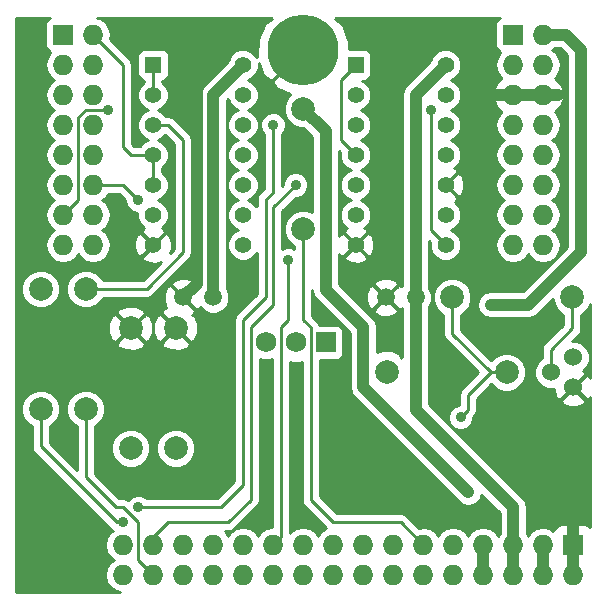
<source format=gtl>
%FSLAX34Y34*%
G04 Gerber Fmt 3.4, Leading zero omitted, Abs format*
G04 (created by PCBNEW (2014-jan-25)-product) date Tue 29 Jul 2014 10:47:11 AM PDT*
%MOIN*%
G01*
G70*
G90*
G04 APERTURE LIST*
%ADD10C,0.003937*%
%ADD11C,0.059100*%
%ADD12C,0.236220*%
%ADD13R,0.068000X0.068000*%
%ADD14O,0.068000X0.068000*%
%ADD15C,0.068000*%
%ADD16C,0.060000*%
%ADD17C,0.078700*%
%ADD18R,0.055000X0.055000*%
%ADD19C,0.055000*%
%ADD20C,0.035000*%
%ADD21C,0.040000*%
%ADD22C,0.010000*%
G04 APERTURE END LIST*
G54D10*
G54D11*
X37000Y-50250D03*
X36000Y-50250D03*
X43750Y-50250D03*
X42750Y-50250D03*
G54D12*
X40000Y-42000D03*
G54D13*
X32000Y-41500D03*
G54D14*
X33000Y-41500D03*
X32000Y-42500D03*
X33000Y-42500D03*
X32000Y-43500D03*
X33000Y-43500D03*
X32000Y-44500D03*
X33000Y-44500D03*
X32000Y-45500D03*
X33000Y-45500D03*
X32000Y-46500D03*
X33000Y-46500D03*
X32000Y-47500D03*
X33000Y-47500D03*
X32000Y-48500D03*
X33000Y-48500D03*
G54D13*
X47000Y-41500D03*
G54D14*
X48000Y-41500D03*
X47000Y-42500D03*
X48000Y-42500D03*
X47000Y-43500D03*
X48000Y-43500D03*
X47000Y-44500D03*
X48000Y-44500D03*
X47000Y-45500D03*
X48000Y-45500D03*
X47000Y-46500D03*
X48000Y-46500D03*
X47000Y-47500D03*
X48000Y-47500D03*
X47000Y-48500D03*
X48000Y-48500D03*
G54D13*
X40750Y-51750D03*
G54D15*
X39750Y-51750D03*
X38750Y-51750D03*
G54D13*
X49000Y-58500D03*
G54D14*
X49000Y-59500D03*
X48000Y-58500D03*
X48000Y-59500D03*
X47000Y-58500D03*
X47000Y-59500D03*
X46000Y-58500D03*
X46000Y-59500D03*
X45000Y-58500D03*
X45000Y-59500D03*
X44000Y-58500D03*
X44000Y-59500D03*
X43000Y-58500D03*
X43000Y-59500D03*
X42000Y-58500D03*
X42000Y-59500D03*
X41000Y-58500D03*
X41000Y-59500D03*
X40000Y-58500D03*
X40000Y-59500D03*
X39000Y-58500D03*
X39000Y-59500D03*
X38000Y-58500D03*
X38000Y-59500D03*
X37000Y-58500D03*
X37000Y-59500D03*
X36000Y-58500D03*
X36000Y-59500D03*
X35000Y-58500D03*
X35000Y-59500D03*
X34000Y-58500D03*
X34000Y-59500D03*
G54D16*
X49000Y-53250D03*
X48250Y-52750D03*
X49000Y-52250D03*
G54D17*
X31250Y-53969D03*
X31250Y-49969D03*
X35750Y-51281D03*
X35750Y-55281D03*
X32750Y-53969D03*
X32750Y-49969D03*
X34250Y-51281D03*
X34250Y-55281D03*
X48969Y-50250D03*
X44969Y-50250D03*
X42781Y-52750D03*
X46781Y-52750D03*
X40000Y-47969D03*
X40000Y-43969D03*
G54D18*
X41750Y-42500D03*
G54D19*
X41750Y-43500D03*
X41750Y-44500D03*
X41750Y-45500D03*
X41750Y-46500D03*
X41750Y-47500D03*
X41750Y-48500D03*
X44750Y-48500D03*
X44750Y-47500D03*
X44750Y-46500D03*
X44750Y-45500D03*
X44750Y-44500D03*
X44750Y-43500D03*
X44750Y-42500D03*
G54D18*
X35000Y-42500D03*
G54D19*
X35000Y-43500D03*
X35000Y-44500D03*
X35000Y-45500D03*
X35000Y-46500D03*
X35000Y-47500D03*
X35000Y-48500D03*
X38000Y-48500D03*
X38000Y-47500D03*
X38000Y-46500D03*
X38000Y-45500D03*
X38000Y-44500D03*
X38000Y-43500D03*
X38000Y-42500D03*
G54D20*
X46250Y-50500D03*
X44250Y-44000D03*
X34500Y-47000D03*
X33500Y-44000D03*
X37200Y-42000D03*
X39750Y-56500D03*
X38750Y-56500D03*
X37000Y-56500D03*
X41000Y-56500D03*
X37000Y-50250D03*
X45250Y-54250D03*
X39500Y-49000D03*
X34000Y-57750D03*
X39750Y-46500D03*
X39000Y-44500D03*
X34500Y-57250D03*
X45500Y-56750D03*
G54D21*
X48750Y-41500D02*
X48000Y-41500D01*
X49250Y-42000D02*
X48750Y-41500D01*
X49250Y-48750D02*
X49250Y-42000D01*
X47500Y-50500D02*
X46250Y-50500D01*
X49250Y-48750D02*
X47500Y-50500D01*
G54D22*
X44250Y-48000D02*
X44250Y-44000D01*
X44750Y-48500D02*
X44250Y-48000D01*
X35000Y-46500D02*
X35000Y-45500D01*
X34000Y-42500D02*
X33000Y-41500D01*
X34000Y-45250D02*
X34000Y-42500D01*
X34250Y-45500D02*
X34000Y-45250D01*
X35000Y-45500D02*
X34250Y-45500D01*
X33000Y-46500D02*
X34000Y-46500D01*
X34000Y-46500D02*
X34500Y-47000D01*
X32000Y-47500D02*
X32500Y-47000D01*
X32750Y-44000D02*
X33500Y-44000D01*
X32500Y-44250D02*
X32750Y-44000D01*
X32500Y-47000D02*
X32500Y-44250D01*
X35000Y-43500D02*
X35000Y-42500D01*
G54D21*
X36450Y-49800D02*
X36450Y-42750D01*
X36450Y-42750D02*
X37200Y-42000D01*
X36000Y-50250D02*
X36450Y-49800D01*
X49000Y-58500D02*
X49000Y-57750D01*
X49000Y-59500D02*
X49000Y-58500D01*
X48000Y-43500D02*
X47000Y-43500D01*
X47000Y-43500D02*
X45750Y-43500D01*
X48000Y-43500D02*
X48500Y-43500D01*
X37000Y-50250D02*
X37000Y-43500D01*
X37000Y-43500D02*
X38000Y-42500D01*
X47000Y-58500D02*
X47000Y-57250D01*
X47000Y-57250D02*
X43750Y-54000D01*
X43750Y-54000D02*
X43750Y-50250D01*
X47000Y-59500D02*
X47000Y-58500D01*
X43750Y-50250D02*
X43750Y-43500D01*
X43750Y-43500D02*
X44750Y-42500D01*
G54D22*
X48250Y-52750D02*
X48250Y-52000D01*
X48969Y-51281D02*
X48969Y-50250D01*
X48250Y-52000D02*
X48969Y-51281D01*
X32750Y-49969D02*
X34781Y-49969D01*
X34781Y-49969D02*
X36000Y-48750D01*
X35000Y-44500D02*
X35500Y-44500D01*
X36000Y-45000D02*
X36000Y-48750D01*
X35500Y-44500D02*
X36000Y-45000D01*
X44000Y-58500D02*
X43250Y-57750D01*
X40250Y-57000D02*
X40250Y-51250D01*
X41000Y-57750D02*
X40250Y-57000D01*
X43250Y-57750D02*
X41000Y-57750D01*
X40000Y-47969D02*
X40000Y-51000D01*
X40000Y-51000D02*
X40250Y-51250D01*
X40000Y-47969D02*
X40281Y-47969D01*
X41750Y-45500D02*
X41250Y-45000D01*
X41250Y-43000D02*
X41750Y-42500D01*
X41250Y-45000D02*
X41250Y-43000D01*
X44969Y-51469D02*
X44969Y-50250D01*
X46250Y-52750D02*
X44969Y-51469D01*
X46781Y-52750D02*
X46250Y-52750D01*
X45500Y-54000D02*
X45500Y-53500D01*
X45500Y-53500D02*
X46250Y-52750D01*
X45250Y-54250D02*
X45500Y-54000D01*
X39500Y-51000D02*
X39250Y-51250D01*
X39500Y-49000D02*
X39500Y-51000D01*
X39250Y-58250D02*
X39000Y-58500D01*
X39250Y-51250D02*
X39250Y-58250D01*
X33781Y-57750D02*
X31250Y-55219D01*
X34000Y-57750D02*
X33781Y-57750D01*
X31250Y-55219D02*
X31250Y-53969D01*
X39750Y-46500D02*
X39000Y-47250D01*
X39000Y-50500D02*
X38250Y-51250D01*
X39000Y-47250D02*
X39000Y-50500D01*
X35000Y-58500D02*
X35000Y-58250D01*
X35000Y-58250D02*
X35500Y-57750D01*
X35500Y-57750D02*
X37500Y-57750D01*
X37500Y-57750D02*
X38250Y-57000D01*
X38250Y-57000D02*
X38250Y-51250D01*
X32750Y-55219D02*
X32750Y-56250D01*
X34000Y-57250D02*
X34500Y-57750D01*
X33750Y-57250D02*
X34000Y-57250D01*
X32750Y-56250D02*
X33750Y-57250D01*
X35000Y-59500D02*
X34500Y-59000D01*
X34500Y-59000D02*
X34500Y-57750D01*
X32750Y-55219D02*
X32750Y-53969D01*
X37250Y-57250D02*
X34500Y-57250D01*
X38000Y-56500D02*
X37250Y-57250D01*
X38000Y-54750D02*
X38000Y-56500D01*
X38000Y-51000D02*
X38000Y-54750D01*
X38750Y-50250D02*
X38000Y-51000D01*
X38750Y-47000D02*
X38750Y-50250D01*
X39000Y-46750D02*
X38750Y-47000D01*
X39000Y-44500D02*
X39000Y-46750D01*
G54D21*
X45500Y-56750D02*
X42000Y-53250D01*
X40000Y-43969D02*
X40750Y-44719D01*
X40750Y-44719D02*
X40750Y-50000D01*
X42000Y-51250D02*
X42000Y-53250D01*
X40750Y-50000D02*
X42000Y-51250D01*
X48000Y-59500D02*
X48000Y-58500D01*
X46000Y-59500D02*
X46000Y-58500D01*
G54D22*
G36*
X38950Y-57917D02*
X38762Y-57954D01*
X38571Y-58082D01*
X38500Y-58189D01*
X38428Y-58082D01*
X38237Y-57954D01*
X38011Y-57910D01*
X37988Y-57910D01*
X37762Y-57954D01*
X37571Y-58082D01*
X37500Y-58189D01*
X37428Y-58082D01*
X37379Y-58050D01*
X37500Y-58050D01*
X37500Y-58049D01*
X37614Y-58027D01*
X37614Y-58027D01*
X37712Y-57962D01*
X38462Y-57212D01*
X38527Y-57114D01*
X38527Y-57114D01*
X38550Y-57000D01*
X38550Y-52305D01*
X38632Y-52339D01*
X38866Y-52340D01*
X38950Y-52305D01*
X38950Y-57917D01*
X38950Y-57917D01*
G37*
X38950Y-57917D02*
X38762Y-57954D01*
X38571Y-58082D01*
X38500Y-58189D01*
X38428Y-58082D01*
X38237Y-57954D01*
X38011Y-57910D01*
X37988Y-57910D01*
X37762Y-57954D01*
X37571Y-58082D01*
X37500Y-58189D01*
X37428Y-58082D01*
X37379Y-58050D01*
X37500Y-58050D01*
X37500Y-58049D01*
X37614Y-58027D01*
X37614Y-58027D01*
X37712Y-57962D01*
X38462Y-57212D01*
X38527Y-57114D01*
X38527Y-57114D01*
X38550Y-57000D01*
X38550Y-52305D01*
X38632Y-52339D01*
X38866Y-52340D01*
X38950Y-52305D01*
X38950Y-57917D01*
G36*
X38950Y-40965D02*
X38731Y-41090D01*
X38479Y-41645D01*
X38460Y-42239D01*
X38445Y-42203D01*
X38297Y-42055D01*
X38104Y-41975D01*
X37896Y-41974D01*
X37703Y-42054D01*
X37555Y-42202D01*
X37479Y-42383D01*
X36681Y-43181D01*
X36584Y-43327D01*
X36550Y-43500D01*
X36550Y-49888D01*
X36538Y-49871D01*
X36410Y-49853D01*
X36396Y-49867D01*
X36396Y-49839D01*
X36378Y-49711D01*
X36143Y-49607D01*
X35887Y-49601D01*
X35647Y-49694D01*
X35621Y-49711D01*
X35603Y-49839D01*
X36000Y-50235D01*
X36396Y-49839D01*
X36396Y-49867D01*
X36014Y-50250D01*
X36410Y-50646D01*
X36538Y-50628D01*
X36559Y-50580D01*
X36690Y-50712D01*
X36891Y-50795D01*
X37108Y-50795D01*
X37308Y-50712D01*
X37462Y-50559D01*
X37545Y-50358D01*
X37545Y-50141D01*
X37462Y-49941D01*
X37450Y-49928D01*
X37450Y-43686D01*
X37491Y-43644D01*
X37554Y-43797D01*
X37702Y-43944D01*
X37835Y-44000D01*
X37703Y-44054D01*
X37555Y-44202D01*
X37475Y-44395D01*
X37474Y-44603D01*
X37554Y-44797D01*
X37702Y-44944D01*
X37835Y-45000D01*
X37703Y-45054D01*
X37555Y-45202D01*
X37475Y-45395D01*
X37474Y-45603D01*
X37554Y-45797D01*
X37702Y-45944D01*
X37835Y-46000D01*
X37703Y-46054D01*
X37555Y-46202D01*
X37475Y-46395D01*
X37474Y-46603D01*
X37554Y-46797D01*
X37702Y-46944D01*
X37835Y-47000D01*
X37703Y-47054D01*
X37555Y-47202D01*
X37475Y-47395D01*
X37474Y-47603D01*
X37554Y-47797D01*
X37702Y-47944D01*
X37835Y-48000D01*
X37703Y-48054D01*
X37555Y-48202D01*
X37475Y-48395D01*
X37474Y-48603D01*
X37554Y-48797D01*
X37702Y-48944D01*
X37895Y-49024D01*
X38103Y-49025D01*
X38297Y-48945D01*
X38444Y-48797D01*
X38450Y-48785D01*
X38450Y-50125D01*
X37787Y-50787D01*
X37722Y-50885D01*
X37700Y-51000D01*
X37700Y-54750D01*
X37700Y-56375D01*
X37125Y-56950D01*
X36497Y-56950D01*
X36497Y-51152D01*
X36391Y-50876D01*
X36369Y-50843D01*
X36295Y-50827D01*
X36352Y-50805D01*
X36378Y-50788D01*
X36396Y-50660D01*
X36000Y-50264D01*
X35994Y-50269D01*
X35980Y-50255D01*
X35985Y-50250D01*
X35589Y-49853D01*
X35461Y-49871D01*
X35357Y-50106D01*
X35351Y-50362D01*
X35444Y-50602D01*
X35345Y-50639D01*
X35312Y-50661D01*
X35282Y-50799D01*
X35750Y-51266D01*
X35755Y-51261D01*
X35769Y-51275D01*
X35764Y-51281D01*
X36231Y-51748D01*
X36369Y-51718D01*
X36489Y-51448D01*
X36497Y-51152D01*
X36497Y-56950D01*
X36393Y-56950D01*
X36393Y-55153D01*
X36295Y-54916D01*
X36217Y-54838D01*
X36217Y-51762D01*
X35750Y-51295D01*
X35735Y-51309D01*
X35735Y-51281D01*
X35268Y-50813D01*
X35130Y-50843D01*
X35010Y-51113D01*
X35002Y-51409D01*
X35108Y-51685D01*
X35130Y-51718D01*
X35268Y-51748D01*
X35735Y-51281D01*
X35735Y-51309D01*
X35282Y-51762D01*
X35312Y-51900D01*
X35582Y-52020D01*
X35878Y-52028D01*
X36154Y-51922D01*
X36187Y-51900D01*
X36217Y-51762D01*
X36217Y-54838D01*
X36114Y-54735D01*
X35878Y-54637D01*
X35622Y-54637D01*
X35385Y-54735D01*
X35204Y-54916D01*
X35106Y-55152D01*
X35106Y-55408D01*
X35204Y-55645D01*
X35385Y-55826D01*
X35621Y-55924D01*
X35877Y-55924D01*
X36114Y-55826D01*
X36295Y-55645D01*
X36393Y-55409D01*
X36393Y-55153D01*
X36393Y-56950D01*
X34997Y-56950D01*
X34997Y-51152D01*
X34891Y-50876D01*
X34869Y-50843D01*
X34731Y-50813D01*
X34717Y-50828D01*
X34717Y-50799D01*
X34687Y-50661D01*
X34417Y-50541D01*
X34121Y-50533D01*
X33845Y-50639D01*
X33812Y-50661D01*
X33782Y-50799D01*
X34250Y-51266D01*
X34717Y-50799D01*
X34717Y-50828D01*
X34264Y-51281D01*
X34731Y-51748D01*
X34869Y-51718D01*
X34989Y-51448D01*
X34997Y-51152D01*
X34997Y-56950D01*
X34893Y-56950D01*
X34893Y-55153D01*
X34795Y-54916D01*
X34717Y-54838D01*
X34717Y-51762D01*
X34250Y-51295D01*
X34235Y-51309D01*
X34235Y-51281D01*
X33768Y-50813D01*
X33630Y-50843D01*
X33510Y-51113D01*
X33502Y-51409D01*
X33608Y-51685D01*
X33630Y-51718D01*
X33768Y-51748D01*
X34235Y-51281D01*
X34235Y-51309D01*
X33782Y-51762D01*
X33812Y-51900D01*
X34082Y-52020D01*
X34378Y-52028D01*
X34654Y-51922D01*
X34687Y-51900D01*
X34717Y-51762D01*
X34717Y-54838D01*
X34614Y-54735D01*
X34378Y-54637D01*
X34122Y-54637D01*
X33885Y-54735D01*
X33704Y-54916D01*
X33606Y-55152D01*
X33606Y-55408D01*
X33704Y-55645D01*
X33885Y-55826D01*
X34121Y-55924D01*
X34377Y-55924D01*
X34614Y-55826D01*
X34795Y-55645D01*
X34893Y-55409D01*
X34893Y-55153D01*
X34893Y-56950D01*
X34801Y-56950D01*
X34741Y-56889D01*
X34584Y-56825D01*
X34415Y-56824D01*
X34259Y-56889D01*
X34151Y-56997D01*
X34114Y-56972D01*
X34000Y-56950D01*
X33874Y-56950D01*
X33050Y-56125D01*
X33050Y-55219D01*
X33050Y-54541D01*
X33114Y-54514D01*
X33295Y-54333D01*
X33393Y-54097D01*
X33393Y-53841D01*
X33295Y-53604D01*
X33114Y-53423D01*
X32878Y-53325D01*
X32622Y-53325D01*
X32385Y-53423D01*
X32204Y-53604D01*
X32106Y-53840D01*
X32106Y-54096D01*
X32204Y-54333D01*
X32385Y-54514D01*
X32450Y-54541D01*
X32450Y-55219D01*
X32450Y-55994D01*
X31550Y-55094D01*
X31550Y-54541D01*
X31614Y-54514D01*
X31795Y-54333D01*
X31893Y-54097D01*
X31893Y-53841D01*
X31893Y-49841D01*
X31795Y-49604D01*
X31614Y-49423D01*
X31378Y-49325D01*
X31122Y-49325D01*
X30885Y-49423D01*
X30704Y-49604D01*
X30606Y-49840D01*
X30606Y-50096D01*
X30704Y-50333D01*
X30885Y-50514D01*
X31121Y-50612D01*
X31377Y-50612D01*
X31614Y-50514D01*
X31795Y-50333D01*
X31893Y-50097D01*
X31893Y-49841D01*
X31893Y-53841D01*
X31795Y-53604D01*
X31614Y-53423D01*
X31378Y-53325D01*
X31122Y-53325D01*
X30885Y-53423D01*
X30704Y-53604D01*
X30606Y-53840D01*
X30606Y-54096D01*
X30704Y-54333D01*
X30885Y-54514D01*
X30950Y-54541D01*
X30950Y-55219D01*
X30972Y-55333D01*
X31037Y-55431D01*
X33568Y-57962D01*
X33568Y-57962D01*
X33660Y-58023D01*
X33571Y-58082D01*
X33443Y-58274D01*
X33398Y-58500D01*
X33443Y-58725D01*
X33571Y-58917D01*
X33695Y-59000D01*
X33571Y-59082D01*
X33443Y-59274D01*
X33398Y-59500D01*
X33443Y-59725D01*
X33571Y-59917D01*
X33762Y-60045D01*
X33902Y-60072D01*
X30427Y-60072D01*
X30427Y-40927D01*
X31568Y-40927D01*
X31518Y-40948D01*
X31448Y-41018D01*
X31410Y-41110D01*
X31410Y-41209D01*
X31410Y-41889D01*
X31448Y-41981D01*
X31518Y-42051D01*
X31578Y-42077D01*
X31454Y-42262D01*
X31410Y-42488D01*
X31410Y-42511D01*
X31454Y-42737D01*
X31582Y-42928D01*
X31689Y-43000D01*
X31582Y-43071D01*
X31454Y-43262D01*
X31410Y-43488D01*
X31410Y-43511D01*
X31454Y-43737D01*
X31582Y-43928D01*
X31689Y-44000D01*
X31582Y-44071D01*
X31454Y-44262D01*
X31410Y-44488D01*
X31410Y-44511D01*
X31454Y-44737D01*
X31582Y-44928D01*
X31689Y-45000D01*
X31582Y-45071D01*
X31454Y-45262D01*
X31410Y-45488D01*
X31410Y-45511D01*
X31454Y-45737D01*
X31582Y-45928D01*
X31689Y-46000D01*
X31582Y-46071D01*
X31454Y-46262D01*
X31410Y-46488D01*
X31410Y-46511D01*
X31454Y-46737D01*
X31582Y-46928D01*
X31689Y-47000D01*
X31582Y-47071D01*
X31454Y-47262D01*
X31410Y-47488D01*
X31410Y-47511D01*
X31454Y-47737D01*
X31582Y-47928D01*
X31689Y-48000D01*
X31582Y-48071D01*
X31454Y-48262D01*
X31410Y-48488D01*
X31410Y-48511D01*
X31454Y-48737D01*
X31582Y-48928D01*
X31774Y-49056D01*
X32000Y-49101D01*
X32225Y-49056D01*
X32417Y-48928D01*
X32500Y-48804D01*
X32582Y-48928D01*
X32774Y-49056D01*
X33000Y-49101D01*
X33225Y-49056D01*
X33417Y-48928D01*
X33545Y-48737D01*
X33590Y-48511D01*
X33590Y-48488D01*
X33545Y-48262D01*
X33417Y-48071D01*
X33310Y-48000D01*
X33417Y-47928D01*
X33545Y-47737D01*
X33590Y-47511D01*
X33590Y-47488D01*
X33545Y-47262D01*
X33417Y-47071D01*
X33310Y-47000D01*
X33417Y-46928D01*
X33503Y-46800D01*
X33875Y-46800D01*
X34075Y-46999D01*
X34074Y-47084D01*
X34139Y-47240D01*
X34258Y-47360D01*
X34415Y-47424D01*
X34475Y-47424D01*
X34474Y-47603D01*
X34554Y-47797D01*
X34702Y-47944D01*
X34702Y-47944D01*
X34658Y-47961D01*
X34633Y-47978D01*
X34618Y-48104D01*
X35000Y-48485D01*
X35381Y-48104D01*
X35366Y-47978D01*
X35293Y-47946D01*
X35297Y-47945D01*
X35444Y-47797D01*
X35524Y-47604D01*
X35525Y-47396D01*
X35445Y-47203D01*
X35297Y-47055D01*
X35164Y-46999D01*
X35297Y-46945D01*
X35444Y-46797D01*
X35524Y-46604D01*
X35525Y-46396D01*
X35445Y-46203D01*
X35300Y-46057D01*
X35300Y-45942D01*
X35444Y-45797D01*
X35524Y-45604D01*
X35525Y-45396D01*
X35445Y-45203D01*
X35297Y-45055D01*
X35164Y-44999D01*
X35297Y-44945D01*
X35409Y-44833D01*
X35700Y-45124D01*
X35700Y-48625D01*
X35570Y-48755D01*
X35621Y-48639D01*
X35627Y-48390D01*
X35538Y-48158D01*
X35521Y-48133D01*
X35395Y-48118D01*
X35014Y-48500D01*
X35019Y-48505D01*
X35005Y-48519D01*
X35000Y-48514D01*
X34985Y-48528D01*
X34985Y-48500D01*
X34604Y-48118D01*
X34478Y-48133D01*
X34378Y-48360D01*
X34372Y-48609D01*
X34461Y-48841D01*
X34478Y-48866D01*
X34604Y-48881D01*
X34985Y-48500D01*
X34985Y-48528D01*
X34618Y-48895D01*
X34633Y-49021D01*
X34860Y-49121D01*
X35109Y-49127D01*
X35253Y-49071D01*
X34656Y-49669D01*
X33322Y-49669D01*
X33295Y-49604D01*
X33114Y-49423D01*
X32878Y-49325D01*
X32622Y-49325D01*
X32385Y-49423D01*
X32204Y-49604D01*
X32106Y-49840D01*
X32106Y-50096D01*
X32204Y-50333D01*
X32385Y-50514D01*
X32621Y-50612D01*
X32877Y-50612D01*
X33114Y-50514D01*
X33295Y-50333D01*
X33322Y-50269D01*
X34781Y-50269D01*
X34781Y-50268D01*
X34895Y-50246D01*
X34895Y-50246D01*
X34993Y-50181D01*
X36212Y-48962D01*
X36277Y-48864D01*
X36277Y-48864D01*
X36300Y-48750D01*
X36300Y-45000D01*
X36277Y-44885D01*
X36212Y-44787D01*
X36212Y-44787D01*
X35712Y-44287D01*
X35614Y-44222D01*
X35500Y-44200D01*
X35442Y-44200D01*
X35297Y-44055D01*
X35164Y-43999D01*
X35297Y-43945D01*
X35444Y-43797D01*
X35524Y-43604D01*
X35525Y-43396D01*
X35445Y-43203D01*
X35300Y-43057D01*
X35300Y-43025D01*
X35324Y-43025D01*
X35416Y-42986D01*
X35486Y-42916D01*
X35525Y-42824D01*
X35525Y-42725D01*
X35525Y-42175D01*
X35486Y-42083D01*
X35416Y-42013D01*
X35324Y-41975D01*
X35225Y-41975D01*
X34675Y-41975D01*
X34583Y-42013D01*
X34513Y-42083D01*
X34475Y-42175D01*
X34475Y-42274D01*
X34475Y-42824D01*
X34513Y-42916D01*
X34583Y-42986D01*
X34675Y-43025D01*
X34700Y-43025D01*
X34700Y-43057D01*
X34555Y-43202D01*
X34475Y-43395D01*
X34474Y-43603D01*
X34554Y-43797D01*
X34702Y-43944D01*
X34835Y-44000D01*
X34703Y-44054D01*
X34555Y-44202D01*
X34475Y-44395D01*
X34474Y-44603D01*
X34554Y-44797D01*
X34702Y-44944D01*
X34835Y-45000D01*
X34703Y-45054D01*
X34557Y-45200D01*
X34374Y-45200D01*
X34300Y-45125D01*
X34300Y-42500D01*
X34277Y-42385D01*
X34212Y-42287D01*
X34212Y-42287D01*
X33564Y-41640D01*
X33590Y-41511D01*
X33590Y-41488D01*
X33545Y-41262D01*
X33417Y-41071D01*
X33225Y-40943D01*
X33144Y-40927D01*
X38913Y-40927D01*
X38950Y-40965D01*
X38950Y-40965D01*
G37*
X38950Y-40965D02*
X38731Y-41090D01*
X38479Y-41645D01*
X38460Y-42239D01*
X38445Y-42203D01*
X38297Y-42055D01*
X38104Y-41975D01*
X37896Y-41974D01*
X37703Y-42054D01*
X37555Y-42202D01*
X37479Y-42383D01*
X36681Y-43181D01*
X36584Y-43327D01*
X36550Y-43500D01*
X36550Y-49888D01*
X36538Y-49871D01*
X36410Y-49853D01*
X36396Y-49867D01*
X36396Y-49839D01*
X36378Y-49711D01*
X36143Y-49607D01*
X35887Y-49601D01*
X35647Y-49694D01*
X35621Y-49711D01*
X35603Y-49839D01*
X36000Y-50235D01*
X36396Y-49839D01*
X36396Y-49867D01*
X36014Y-50250D01*
X36410Y-50646D01*
X36538Y-50628D01*
X36559Y-50580D01*
X36690Y-50712D01*
X36891Y-50795D01*
X37108Y-50795D01*
X37308Y-50712D01*
X37462Y-50559D01*
X37545Y-50358D01*
X37545Y-50141D01*
X37462Y-49941D01*
X37450Y-49928D01*
X37450Y-43686D01*
X37491Y-43644D01*
X37554Y-43797D01*
X37702Y-43944D01*
X37835Y-44000D01*
X37703Y-44054D01*
X37555Y-44202D01*
X37475Y-44395D01*
X37474Y-44603D01*
X37554Y-44797D01*
X37702Y-44944D01*
X37835Y-45000D01*
X37703Y-45054D01*
X37555Y-45202D01*
X37475Y-45395D01*
X37474Y-45603D01*
X37554Y-45797D01*
X37702Y-45944D01*
X37835Y-46000D01*
X37703Y-46054D01*
X37555Y-46202D01*
X37475Y-46395D01*
X37474Y-46603D01*
X37554Y-46797D01*
X37702Y-46944D01*
X37835Y-47000D01*
X37703Y-47054D01*
X37555Y-47202D01*
X37475Y-47395D01*
X37474Y-47603D01*
X37554Y-47797D01*
X37702Y-47944D01*
X37835Y-48000D01*
X37703Y-48054D01*
X37555Y-48202D01*
X37475Y-48395D01*
X37474Y-48603D01*
X37554Y-48797D01*
X37702Y-48944D01*
X37895Y-49024D01*
X38103Y-49025D01*
X38297Y-48945D01*
X38444Y-48797D01*
X38450Y-48785D01*
X38450Y-50125D01*
X37787Y-50787D01*
X37722Y-50885D01*
X37700Y-51000D01*
X37700Y-54750D01*
X37700Y-56375D01*
X37125Y-56950D01*
X36497Y-56950D01*
X36497Y-51152D01*
X36391Y-50876D01*
X36369Y-50843D01*
X36295Y-50827D01*
X36352Y-50805D01*
X36378Y-50788D01*
X36396Y-50660D01*
X36000Y-50264D01*
X35994Y-50269D01*
X35980Y-50255D01*
X35985Y-50250D01*
X35589Y-49853D01*
X35461Y-49871D01*
X35357Y-50106D01*
X35351Y-50362D01*
X35444Y-50602D01*
X35345Y-50639D01*
X35312Y-50661D01*
X35282Y-50799D01*
X35750Y-51266D01*
X35755Y-51261D01*
X35769Y-51275D01*
X35764Y-51281D01*
X36231Y-51748D01*
X36369Y-51718D01*
X36489Y-51448D01*
X36497Y-51152D01*
X36497Y-56950D01*
X36393Y-56950D01*
X36393Y-55153D01*
X36295Y-54916D01*
X36217Y-54838D01*
X36217Y-51762D01*
X35750Y-51295D01*
X35735Y-51309D01*
X35735Y-51281D01*
X35268Y-50813D01*
X35130Y-50843D01*
X35010Y-51113D01*
X35002Y-51409D01*
X35108Y-51685D01*
X35130Y-51718D01*
X35268Y-51748D01*
X35735Y-51281D01*
X35735Y-51309D01*
X35282Y-51762D01*
X35312Y-51900D01*
X35582Y-52020D01*
X35878Y-52028D01*
X36154Y-51922D01*
X36187Y-51900D01*
X36217Y-51762D01*
X36217Y-54838D01*
X36114Y-54735D01*
X35878Y-54637D01*
X35622Y-54637D01*
X35385Y-54735D01*
X35204Y-54916D01*
X35106Y-55152D01*
X35106Y-55408D01*
X35204Y-55645D01*
X35385Y-55826D01*
X35621Y-55924D01*
X35877Y-55924D01*
X36114Y-55826D01*
X36295Y-55645D01*
X36393Y-55409D01*
X36393Y-55153D01*
X36393Y-56950D01*
X34997Y-56950D01*
X34997Y-51152D01*
X34891Y-50876D01*
X34869Y-50843D01*
X34731Y-50813D01*
X34717Y-50828D01*
X34717Y-50799D01*
X34687Y-50661D01*
X34417Y-50541D01*
X34121Y-50533D01*
X33845Y-50639D01*
X33812Y-50661D01*
X33782Y-50799D01*
X34250Y-51266D01*
X34717Y-50799D01*
X34717Y-50828D01*
X34264Y-51281D01*
X34731Y-51748D01*
X34869Y-51718D01*
X34989Y-51448D01*
X34997Y-51152D01*
X34997Y-56950D01*
X34893Y-56950D01*
X34893Y-55153D01*
X34795Y-54916D01*
X34717Y-54838D01*
X34717Y-51762D01*
X34250Y-51295D01*
X34235Y-51309D01*
X34235Y-51281D01*
X33768Y-50813D01*
X33630Y-50843D01*
X33510Y-51113D01*
X33502Y-51409D01*
X33608Y-51685D01*
X33630Y-51718D01*
X33768Y-51748D01*
X34235Y-51281D01*
X34235Y-51309D01*
X33782Y-51762D01*
X33812Y-51900D01*
X34082Y-52020D01*
X34378Y-52028D01*
X34654Y-51922D01*
X34687Y-51900D01*
X34717Y-51762D01*
X34717Y-54838D01*
X34614Y-54735D01*
X34378Y-54637D01*
X34122Y-54637D01*
X33885Y-54735D01*
X33704Y-54916D01*
X33606Y-55152D01*
X33606Y-55408D01*
X33704Y-55645D01*
X33885Y-55826D01*
X34121Y-55924D01*
X34377Y-55924D01*
X34614Y-55826D01*
X34795Y-55645D01*
X34893Y-55409D01*
X34893Y-55153D01*
X34893Y-56950D01*
X34801Y-56950D01*
X34741Y-56889D01*
X34584Y-56825D01*
X34415Y-56824D01*
X34259Y-56889D01*
X34151Y-56997D01*
X34114Y-56972D01*
X34000Y-56950D01*
X33874Y-56950D01*
X33050Y-56125D01*
X33050Y-55219D01*
X33050Y-54541D01*
X33114Y-54514D01*
X33295Y-54333D01*
X33393Y-54097D01*
X33393Y-53841D01*
X33295Y-53604D01*
X33114Y-53423D01*
X32878Y-53325D01*
X32622Y-53325D01*
X32385Y-53423D01*
X32204Y-53604D01*
X32106Y-53840D01*
X32106Y-54096D01*
X32204Y-54333D01*
X32385Y-54514D01*
X32450Y-54541D01*
X32450Y-55219D01*
X32450Y-55994D01*
X31550Y-55094D01*
X31550Y-54541D01*
X31614Y-54514D01*
X31795Y-54333D01*
X31893Y-54097D01*
X31893Y-53841D01*
X31893Y-49841D01*
X31795Y-49604D01*
X31614Y-49423D01*
X31378Y-49325D01*
X31122Y-49325D01*
X30885Y-49423D01*
X30704Y-49604D01*
X30606Y-49840D01*
X30606Y-50096D01*
X30704Y-50333D01*
X30885Y-50514D01*
X31121Y-50612D01*
X31377Y-50612D01*
X31614Y-50514D01*
X31795Y-50333D01*
X31893Y-50097D01*
X31893Y-49841D01*
X31893Y-53841D01*
X31795Y-53604D01*
X31614Y-53423D01*
X31378Y-53325D01*
X31122Y-53325D01*
X30885Y-53423D01*
X30704Y-53604D01*
X30606Y-53840D01*
X30606Y-54096D01*
X30704Y-54333D01*
X30885Y-54514D01*
X30950Y-54541D01*
X30950Y-55219D01*
X30972Y-55333D01*
X31037Y-55431D01*
X33568Y-57962D01*
X33568Y-57962D01*
X33660Y-58023D01*
X33571Y-58082D01*
X33443Y-58274D01*
X33398Y-58500D01*
X33443Y-58725D01*
X33571Y-58917D01*
X33695Y-59000D01*
X33571Y-59082D01*
X33443Y-59274D01*
X33398Y-59500D01*
X33443Y-59725D01*
X33571Y-59917D01*
X33762Y-60045D01*
X33902Y-60072D01*
X30427Y-60072D01*
X30427Y-40927D01*
X31568Y-40927D01*
X31518Y-40948D01*
X31448Y-41018D01*
X31410Y-41110D01*
X31410Y-41209D01*
X31410Y-41889D01*
X31448Y-41981D01*
X31518Y-42051D01*
X31578Y-42077D01*
X31454Y-42262D01*
X31410Y-42488D01*
X31410Y-42511D01*
X31454Y-42737D01*
X31582Y-42928D01*
X31689Y-43000D01*
X31582Y-43071D01*
X31454Y-43262D01*
X31410Y-43488D01*
X31410Y-43511D01*
X31454Y-43737D01*
X31582Y-43928D01*
X31689Y-44000D01*
X31582Y-44071D01*
X31454Y-44262D01*
X31410Y-44488D01*
X31410Y-44511D01*
X31454Y-44737D01*
X31582Y-44928D01*
X31689Y-45000D01*
X31582Y-45071D01*
X31454Y-45262D01*
X31410Y-45488D01*
X31410Y-45511D01*
X31454Y-45737D01*
X31582Y-45928D01*
X31689Y-46000D01*
X31582Y-46071D01*
X31454Y-46262D01*
X31410Y-46488D01*
X31410Y-46511D01*
X31454Y-46737D01*
X31582Y-46928D01*
X31689Y-47000D01*
X31582Y-47071D01*
X31454Y-47262D01*
X31410Y-47488D01*
X31410Y-47511D01*
X31454Y-47737D01*
X31582Y-47928D01*
X31689Y-48000D01*
X31582Y-48071D01*
X31454Y-48262D01*
X31410Y-48488D01*
X31410Y-48511D01*
X31454Y-48737D01*
X31582Y-48928D01*
X31774Y-49056D01*
X32000Y-49101D01*
X32225Y-49056D01*
X32417Y-48928D01*
X32500Y-48804D01*
X32582Y-48928D01*
X32774Y-49056D01*
X33000Y-49101D01*
X33225Y-49056D01*
X33417Y-48928D01*
X33545Y-48737D01*
X33590Y-48511D01*
X33590Y-48488D01*
X33545Y-48262D01*
X33417Y-48071D01*
X33310Y-48000D01*
X33417Y-47928D01*
X33545Y-47737D01*
X33590Y-47511D01*
X33590Y-47488D01*
X33545Y-47262D01*
X33417Y-47071D01*
X33310Y-47000D01*
X33417Y-46928D01*
X33503Y-46800D01*
X33875Y-46800D01*
X34075Y-46999D01*
X34074Y-47084D01*
X34139Y-47240D01*
X34258Y-47360D01*
X34415Y-47424D01*
X34475Y-47424D01*
X34474Y-47603D01*
X34554Y-47797D01*
X34702Y-47944D01*
X34702Y-47944D01*
X34658Y-47961D01*
X34633Y-47978D01*
X34618Y-48104D01*
X35000Y-48485D01*
X35381Y-48104D01*
X35366Y-47978D01*
X35293Y-47946D01*
X35297Y-47945D01*
X35444Y-47797D01*
X35524Y-47604D01*
X35525Y-47396D01*
X35445Y-47203D01*
X35297Y-47055D01*
X35164Y-46999D01*
X35297Y-46945D01*
X35444Y-46797D01*
X35524Y-46604D01*
X35525Y-46396D01*
X35445Y-46203D01*
X35300Y-46057D01*
X35300Y-45942D01*
X35444Y-45797D01*
X35524Y-45604D01*
X35525Y-45396D01*
X35445Y-45203D01*
X35297Y-45055D01*
X35164Y-44999D01*
X35297Y-44945D01*
X35409Y-44833D01*
X35700Y-45124D01*
X35700Y-48625D01*
X35570Y-48755D01*
X35621Y-48639D01*
X35627Y-48390D01*
X35538Y-48158D01*
X35521Y-48133D01*
X35395Y-48118D01*
X35014Y-48500D01*
X35019Y-48505D01*
X35005Y-48519D01*
X35000Y-48514D01*
X34985Y-48528D01*
X34985Y-48500D01*
X34604Y-48118D01*
X34478Y-48133D01*
X34378Y-48360D01*
X34372Y-48609D01*
X34461Y-48841D01*
X34478Y-48866D01*
X34604Y-48881D01*
X34985Y-48500D01*
X34985Y-48528D01*
X34618Y-48895D01*
X34633Y-49021D01*
X34860Y-49121D01*
X35109Y-49127D01*
X35253Y-49071D01*
X34656Y-49669D01*
X33322Y-49669D01*
X33295Y-49604D01*
X33114Y-49423D01*
X32878Y-49325D01*
X32622Y-49325D01*
X32385Y-49423D01*
X32204Y-49604D01*
X32106Y-49840D01*
X32106Y-50096D01*
X32204Y-50333D01*
X32385Y-50514D01*
X32621Y-50612D01*
X32877Y-50612D01*
X33114Y-50514D01*
X33295Y-50333D01*
X33322Y-50269D01*
X34781Y-50269D01*
X34781Y-50268D01*
X34895Y-50246D01*
X34895Y-50246D01*
X34993Y-50181D01*
X36212Y-48962D01*
X36277Y-48864D01*
X36277Y-48864D01*
X36300Y-48750D01*
X36300Y-45000D01*
X36277Y-44885D01*
X36212Y-44787D01*
X36212Y-44787D01*
X35712Y-44287D01*
X35614Y-44222D01*
X35500Y-44200D01*
X35442Y-44200D01*
X35297Y-44055D01*
X35164Y-43999D01*
X35297Y-43945D01*
X35444Y-43797D01*
X35524Y-43604D01*
X35525Y-43396D01*
X35445Y-43203D01*
X35300Y-43057D01*
X35300Y-43025D01*
X35324Y-43025D01*
X35416Y-42986D01*
X35486Y-42916D01*
X35525Y-42824D01*
X35525Y-42725D01*
X35525Y-42175D01*
X35486Y-42083D01*
X35416Y-42013D01*
X35324Y-41975D01*
X35225Y-41975D01*
X34675Y-41975D01*
X34583Y-42013D01*
X34513Y-42083D01*
X34475Y-42175D01*
X34475Y-42274D01*
X34475Y-42824D01*
X34513Y-42916D01*
X34583Y-42986D01*
X34675Y-43025D01*
X34700Y-43025D01*
X34700Y-43057D01*
X34555Y-43202D01*
X34475Y-43395D01*
X34474Y-43603D01*
X34554Y-43797D01*
X34702Y-43944D01*
X34835Y-44000D01*
X34703Y-44054D01*
X34555Y-44202D01*
X34475Y-44395D01*
X34474Y-44603D01*
X34554Y-44797D01*
X34702Y-44944D01*
X34835Y-45000D01*
X34703Y-45054D01*
X34557Y-45200D01*
X34374Y-45200D01*
X34300Y-45125D01*
X34300Y-42500D01*
X34277Y-42385D01*
X34212Y-42287D01*
X34212Y-42287D01*
X33564Y-41640D01*
X33590Y-41511D01*
X33590Y-41488D01*
X33545Y-41262D01*
X33417Y-41071D01*
X33225Y-40943D01*
X33144Y-40927D01*
X38913Y-40927D01*
X38950Y-40965D01*
G36*
X39769Y-51755D02*
X39755Y-51769D01*
X39750Y-51764D01*
X39744Y-51769D01*
X39730Y-51755D01*
X39735Y-51750D01*
X39730Y-51744D01*
X39744Y-51730D01*
X39750Y-51735D01*
X39755Y-51730D01*
X39769Y-51744D01*
X39764Y-51750D01*
X39769Y-51755D01*
X39769Y-51755D01*
G37*
X39769Y-51755D02*
X39755Y-51769D01*
X39750Y-51764D01*
X39744Y-51769D01*
X39730Y-51755D01*
X39735Y-51750D01*
X39730Y-51744D01*
X39744Y-51730D01*
X39750Y-51735D01*
X39755Y-51730D01*
X39769Y-51744D01*
X39764Y-51750D01*
X39769Y-51755D01*
G36*
X40300Y-47396D02*
X40128Y-47325D01*
X39872Y-47325D01*
X39635Y-47423D01*
X39454Y-47604D01*
X39356Y-47840D01*
X39356Y-48096D01*
X39454Y-48333D01*
X39635Y-48514D01*
X39700Y-48541D01*
X39700Y-48622D01*
X39584Y-48575D01*
X39415Y-48574D01*
X39300Y-48622D01*
X39300Y-47374D01*
X39749Y-46924D01*
X39834Y-46925D01*
X39990Y-46860D01*
X40110Y-46741D01*
X40174Y-46584D01*
X40175Y-46415D01*
X40110Y-46259D01*
X39991Y-46139D01*
X39834Y-46075D01*
X39665Y-46074D01*
X39509Y-46139D01*
X39389Y-46258D01*
X39325Y-46415D01*
X39324Y-46500D01*
X39300Y-46525D01*
X39300Y-44801D01*
X39360Y-44741D01*
X39424Y-44584D01*
X39425Y-44415D01*
X39360Y-44259D01*
X39241Y-44139D01*
X39084Y-44075D01*
X38915Y-44074D01*
X38759Y-44139D01*
X38639Y-44258D01*
X38575Y-44415D01*
X38574Y-44584D01*
X38639Y-44740D01*
X38700Y-44801D01*
X38700Y-46625D01*
X38537Y-46787D01*
X38472Y-46885D01*
X38450Y-47000D01*
X38450Y-47214D01*
X38445Y-47203D01*
X38297Y-47055D01*
X38164Y-46999D01*
X38297Y-46945D01*
X38444Y-46797D01*
X38524Y-46604D01*
X38525Y-46396D01*
X38445Y-46203D01*
X38297Y-46055D01*
X38164Y-45999D01*
X38297Y-45945D01*
X38444Y-45797D01*
X38524Y-45604D01*
X38525Y-45396D01*
X38445Y-45203D01*
X38297Y-45055D01*
X38164Y-44999D01*
X38297Y-44945D01*
X38444Y-44797D01*
X38524Y-44604D01*
X38525Y-44396D01*
X38445Y-44203D01*
X38297Y-44055D01*
X38164Y-43999D01*
X38297Y-43945D01*
X38444Y-43797D01*
X38524Y-43604D01*
X38525Y-43396D01*
X38445Y-43203D01*
X38297Y-43055D01*
X38164Y-42999D01*
X38297Y-42945D01*
X38444Y-42797D01*
X38524Y-42604D01*
X38525Y-42427D01*
X38674Y-42824D01*
X38731Y-42909D01*
X38950Y-43034D01*
X39985Y-42000D01*
X39980Y-41994D01*
X39994Y-41980D01*
X40000Y-41985D01*
X40005Y-41980D01*
X40019Y-41994D01*
X40014Y-42000D01*
X40019Y-42005D01*
X40005Y-42019D01*
X40000Y-42014D01*
X38965Y-43049D01*
X39090Y-43268D01*
X39571Y-43487D01*
X39454Y-43604D01*
X39356Y-43840D01*
X39356Y-44096D01*
X39454Y-44333D01*
X39635Y-44514D01*
X39871Y-44612D01*
X40007Y-44612D01*
X40300Y-44905D01*
X40300Y-47396D01*
X40300Y-47396D01*
G37*
X40300Y-47396D02*
X40128Y-47325D01*
X39872Y-47325D01*
X39635Y-47423D01*
X39454Y-47604D01*
X39356Y-47840D01*
X39356Y-48096D01*
X39454Y-48333D01*
X39635Y-48514D01*
X39700Y-48541D01*
X39700Y-48622D01*
X39584Y-48575D01*
X39415Y-48574D01*
X39300Y-48622D01*
X39300Y-47374D01*
X39749Y-46924D01*
X39834Y-46925D01*
X39990Y-46860D01*
X40110Y-46741D01*
X40174Y-46584D01*
X40175Y-46415D01*
X40110Y-46259D01*
X39991Y-46139D01*
X39834Y-46075D01*
X39665Y-46074D01*
X39509Y-46139D01*
X39389Y-46258D01*
X39325Y-46415D01*
X39324Y-46500D01*
X39300Y-46525D01*
X39300Y-44801D01*
X39360Y-44741D01*
X39424Y-44584D01*
X39425Y-44415D01*
X39360Y-44259D01*
X39241Y-44139D01*
X39084Y-44075D01*
X38915Y-44074D01*
X38759Y-44139D01*
X38639Y-44258D01*
X38575Y-44415D01*
X38574Y-44584D01*
X38639Y-44740D01*
X38700Y-44801D01*
X38700Y-46625D01*
X38537Y-46787D01*
X38472Y-46885D01*
X38450Y-47000D01*
X38450Y-47214D01*
X38445Y-47203D01*
X38297Y-47055D01*
X38164Y-46999D01*
X38297Y-46945D01*
X38444Y-46797D01*
X38524Y-46604D01*
X38525Y-46396D01*
X38445Y-46203D01*
X38297Y-46055D01*
X38164Y-45999D01*
X38297Y-45945D01*
X38444Y-45797D01*
X38524Y-45604D01*
X38525Y-45396D01*
X38445Y-45203D01*
X38297Y-45055D01*
X38164Y-44999D01*
X38297Y-44945D01*
X38444Y-44797D01*
X38524Y-44604D01*
X38525Y-44396D01*
X38445Y-44203D01*
X38297Y-44055D01*
X38164Y-43999D01*
X38297Y-43945D01*
X38444Y-43797D01*
X38524Y-43604D01*
X38525Y-43396D01*
X38445Y-43203D01*
X38297Y-43055D01*
X38164Y-42999D01*
X38297Y-42945D01*
X38444Y-42797D01*
X38524Y-42604D01*
X38525Y-42427D01*
X38674Y-42824D01*
X38731Y-42909D01*
X38950Y-43034D01*
X39985Y-42000D01*
X39980Y-41994D01*
X39994Y-41980D01*
X40000Y-41985D01*
X40005Y-41980D01*
X40019Y-41994D01*
X40014Y-42000D01*
X40019Y-42005D01*
X40005Y-42019D01*
X40000Y-42014D01*
X38965Y-43049D01*
X39090Y-43268D01*
X39571Y-43487D01*
X39454Y-43604D01*
X39356Y-43840D01*
X39356Y-44096D01*
X39454Y-44333D01*
X39635Y-44514D01*
X39871Y-44612D01*
X40007Y-44612D01*
X40300Y-44905D01*
X40300Y-47396D01*
G36*
X40777Y-57951D02*
X40762Y-57954D01*
X40571Y-58082D01*
X40500Y-58189D01*
X40428Y-58082D01*
X40237Y-57954D01*
X40011Y-57910D01*
X39988Y-57910D01*
X39762Y-57954D01*
X39571Y-58082D01*
X39550Y-58114D01*
X39550Y-52416D01*
X39595Y-52436D01*
X39869Y-52443D01*
X39950Y-52412D01*
X39950Y-57000D01*
X39972Y-57114D01*
X40037Y-57212D01*
X40777Y-57951D01*
X40777Y-57951D01*
G37*
X40777Y-57951D02*
X40762Y-57954D01*
X40571Y-58082D01*
X40500Y-58189D01*
X40428Y-58082D01*
X40237Y-57954D01*
X40011Y-57910D01*
X39988Y-57910D01*
X39762Y-57954D01*
X39571Y-58082D01*
X39550Y-58114D01*
X39550Y-52416D01*
X39595Y-52436D01*
X39869Y-52443D01*
X39950Y-52412D01*
X39950Y-57000D01*
X39972Y-57114D01*
X40037Y-57212D01*
X40777Y-57951D01*
G36*
X42800Y-52755D02*
X42786Y-52769D01*
X42781Y-52764D01*
X42775Y-52769D01*
X42761Y-52755D01*
X42766Y-52750D01*
X42761Y-52744D01*
X42775Y-52730D01*
X42781Y-52735D01*
X42786Y-52730D01*
X42800Y-52744D01*
X42795Y-52750D01*
X42800Y-52755D01*
X42800Y-52755D01*
G37*
X42800Y-52755D02*
X42786Y-52769D01*
X42781Y-52764D01*
X42775Y-52769D01*
X42761Y-52755D01*
X42766Y-52750D01*
X42761Y-52744D01*
X42775Y-52730D01*
X42781Y-52735D01*
X42786Y-52730D01*
X42800Y-52744D01*
X42795Y-52750D01*
X42800Y-52755D01*
G36*
X46550Y-58114D02*
X46500Y-58189D01*
X46428Y-58082D01*
X46237Y-57954D01*
X46011Y-57910D01*
X45988Y-57910D01*
X45762Y-57954D01*
X45571Y-58082D01*
X45500Y-58189D01*
X45428Y-58082D01*
X45237Y-57954D01*
X45011Y-57910D01*
X44988Y-57910D01*
X44762Y-57954D01*
X44571Y-58082D01*
X44500Y-58189D01*
X44428Y-58082D01*
X44237Y-57954D01*
X44011Y-57910D01*
X43988Y-57910D01*
X43859Y-57935D01*
X43462Y-57537D01*
X43364Y-57472D01*
X43250Y-57450D01*
X41124Y-57450D01*
X40550Y-56875D01*
X40550Y-52340D01*
X41139Y-52340D01*
X41231Y-52301D01*
X41301Y-52231D01*
X41340Y-52139D01*
X41340Y-52040D01*
X41340Y-51360D01*
X41301Y-51268D01*
X41231Y-51198D01*
X41139Y-51160D01*
X41040Y-51160D01*
X40532Y-51160D01*
X40527Y-51135D01*
X40527Y-51135D01*
X40501Y-51096D01*
X40462Y-51037D01*
X40300Y-50875D01*
X40300Y-50000D01*
X40334Y-50172D01*
X40431Y-50318D01*
X41550Y-51436D01*
X41550Y-53250D01*
X41584Y-53422D01*
X41681Y-53568D01*
X45181Y-57068D01*
X45327Y-57165D01*
X45500Y-57200D01*
X45672Y-57165D01*
X45818Y-57068D01*
X45915Y-56922D01*
X45935Y-56822D01*
X46550Y-57436D01*
X46550Y-58114D01*
X46550Y-58114D01*
G37*
X46550Y-58114D02*
X46500Y-58189D01*
X46428Y-58082D01*
X46237Y-57954D01*
X46011Y-57910D01*
X45988Y-57910D01*
X45762Y-57954D01*
X45571Y-58082D01*
X45500Y-58189D01*
X45428Y-58082D01*
X45237Y-57954D01*
X45011Y-57910D01*
X44988Y-57910D01*
X44762Y-57954D01*
X44571Y-58082D01*
X44500Y-58189D01*
X44428Y-58082D01*
X44237Y-57954D01*
X44011Y-57910D01*
X43988Y-57910D01*
X43859Y-57935D01*
X43462Y-57537D01*
X43364Y-57472D01*
X43250Y-57450D01*
X41124Y-57450D01*
X40550Y-56875D01*
X40550Y-52340D01*
X41139Y-52340D01*
X41231Y-52301D01*
X41301Y-52231D01*
X41340Y-52139D01*
X41340Y-52040D01*
X41340Y-51360D01*
X41301Y-51268D01*
X41231Y-51198D01*
X41139Y-51160D01*
X41040Y-51160D01*
X40532Y-51160D01*
X40527Y-51135D01*
X40527Y-51135D01*
X40501Y-51096D01*
X40462Y-51037D01*
X40300Y-50875D01*
X40300Y-50000D01*
X40334Y-50172D01*
X40431Y-50318D01*
X41550Y-51436D01*
X41550Y-53250D01*
X41584Y-53422D01*
X41681Y-53568D01*
X45181Y-57068D01*
X45327Y-57165D01*
X45500Y-57200D01*
X45672Y-57165D01*
X45818Y-57068D01*
X45915Y-56922D01*
X45935Y-56822D01*
X46550Y-57436D01*
X46550Y-58114D01*
G36*
X49572Y-57897D02*
X49538Y-57863D01*
X49409Y-57810D01*
X49399Y-57810D01*
X49399Y-53663D01*
X49000Y-53264D01*
X48600Y-53663D01*
X48618Y-53791D01*
X48855Y-53896D01*
X49113Y-53902D01*
X49354Y-53809D01*
X49381Y-53791D01*
X49399Y-53663D01*
X49399Y-57810D01*
X49097Y-57810D01*
X49010Y-57897D01*
X49010Y-58490D01*
X49017Y-58490D01*
X49017Y-58510D01*
X49010Y-58510D01*
X49010Y-58897D01*
X49010Y-59102D01*
X49010Y-59490D01*
X49017Y-59490D01*
X49017Y-59510D01*
X49010Y-59510D01*
X49010Y-59517D01*
X48990Y-59517D01*
X48990Y-59510D01*
X48982Y-59510D01*
X48982Y-59490D01*
X48990Y-59490D01*
X48990Y-59102D01*
X48990Y-58897D01*
X48990Y-58510D01*
X48982Y-58510D01*
X48982Y-58490D01*
X48990Y-58490D01*
X48990Y-57897D01*
X48902Y-57810D01*
X48590Y-57810D01*
X48461Y-57863D01*
X48363Y-57961D01*
X48338Y-58022D01*
X48237Y-57954D01*
X48011Y-57910D01*
X47988Y-57910D01*
X47762Y-57954D01*
X47571Y-58082D01*
X47500Y-58189D01*
X47450Y-58114D01*
X47450Y-57250D01*
X47424Y-57122D01*
X47424Y-52622D01*
X47326Y-52385D01*
X47145Y-52204D01*
X46909Y-52106D01*
X46653Y-52106D01*
X46416Y-52204D01*
X46272Y-52348D01*
X45269Y-51344D01*
X45269Y-50822D01*
X45333Y-50795D01*
X45514Y-50614D01*
X45612Y-50378D01*
X45612Y-50122D01*
X45514Y-49885D01*
X45377Y-49748D01*
X45377Y-46390D01*
X45288Y-46158D01*
X45271Y-46133D01*
X45145Y-46118D01*
X44764Y-46500D01*
X45145Y-46881D01*
X45271Y-46866D01*
X45371Y-46639D01*
X45377Y-46390D01*
X45377Y-49748D01*
X45333Y-49704D01*
X45097Y-49606D01*
X44841Y-49606D01*
X44604Y-49704D01*
X44423Y-49885D01*
X44325Y-50121D01*
X44325Y-50377D01*
X44423Y-50614D01*
X44604Y-50795D01*
X44669Y-50822D01*
X44669Y-51469D01*
X44691Y-51583D01*
X44756Y-51681D01*
X45825Y-52750D01*
X45287Y-53287D01*
X45222Y-53385D01*
X45200Y-53500D01*
X45200Y-53824D01*
X45165Y-53824D01*
X45009Y-53889D01*
X44889Y-54008D01*
X44825Y-54165D01*
X44824Y-54334D01*
X44889Y-54490D01*
X45008Y-54610D01*
X45165Y-54674D01*
X45334Y-54675D01*
X45490Y-54610D01*
X45610Y-54491D01*
X45674Y-54334D01*
X45675Y-54249D01*
X45712Y-54212D01*
X45712Y-54212D01*
X45751Y-54153D01*
X45777Y-54114D01*
X45777Y-54114D01*
X45800Y-54000D01*
X45800Y-53624D01*
X46272Y-53151D01*
X46416Y-53295D01*
X46652Y-53393D01*
X46908Y-53393D01*
X47145Y-53295D01*
X47326Y-53114D01*
X47424Y-52878D01*
X47424Y-52622D01*
X47424Y-57122D01*
X47415Y-57077D01*
X47318Y-56931D01*
X44200Y-53813D01*
X44200Y-50571D01*
X44212Y-50559D01*
X44295Y-50358D01*
X44295Y-50141D01*
X44212Y-49941D01*
X44200Y-49928D01*
X44200Y-48374D01*
X44225Y-48399D01*
X44224Y-48603D01*
X44304Y-48797D01*
X44452Y-48944D01*
X44645Y-49024D01*
X44853Y-49025D01*
X45047Y-48945D01*
X45194Y-48797D01*
X45274Y-48604D01*
X45275Y-48396D01*
X45195Y-48203D01*
X45047Y-48055D01*
X44914Y-47999D01*
X45047Y-47945D01*
X45194Y-47797D01*
X45274Y-47604D01*
X45275Y-47396D01*
X45195Y-47203D01*
X45047Y-47055D01*
X45047Y-47055D01*
X45091Y-47038D01*
X45116Y-47021D01*
X45131Y-46895D01*
X44750Y-46514D01*
X44744Y-46519D01*
X44730Y-46505D01*
X44735Y-46500D01*
X44730Y-46494D01*
X44744Y-46480D01*
X44750Y-46485D01*
X45131Y-46104D01*
X45116Y-45978D01*
X45043Y-45946D01*
X45047Y-45945D01*
X45194Y-45797D01*
X45274Y-45604D01*
X45275Y-45396D01*
X45195Y-45203D01*
X45047Y-45055D01*
X44914Y-44999D01*
X45047Y-44945D01*
X45194Y-44797D01*
X45274Y-44604D01*
X45275Y-44396D01*
X45195Y-44203D01*
X45047Y-44055D01*
X44914Y-43999D01*
X45047Y-43945D01*
X45194Y-43797D01*
X45274Y-43604D01*
X45275Y-43396D01*
X45195Y-43203D01*
X45047Y-43055D01*
X44914Y-42999D01*
X45047Y-42945D01*
X45194Y-42797D01*
X45274Y-42604D01*
X45275Y-42396D01*
X45195Y-42203D01*
X45047Y-42055D01*
X44854Y-41975D01*
X44646Y-41974D01*
X44453Y-42054D01*
X44305Y-42202D01*
X44229Y-42383D01*
X43431Y-43181D01*
X43334Y-43327D01*
X43300Y-43500D01*
X43300Y-49888D01*
X43288Y-49871D01*
X43160Y-49853D01*
X43146Y-49867D01*
X43146Y-49839D01*
X43128Y-49711D01*
X42893Y-49607D01*
X42637Y-49601D01*
X42397Y-49694D01*
X42377Y-49707D01*
X42377Y-48390D01*
X42288Y-48158D01*
X42271Y-48133D01*
X42145Y-48118D01*
X41764Y-48500D01*
X42145Y-48881D01*
X42271Y-48866D01*
X42371Y-48639D01*
X42377Y-48390D01*
X42377Y-49707D01*
X42371Y-49711D01*
X42353Y-49839D01*
X42750Y-50235D01*
X43146Y-49839D01*
X43146Y-49867D01*
X42764Y-50250D01*
X43160Y-50646D01*
X43288Y-50628D01*
X43300Y-50602D01*
X43300Y-52216D01*
X43248Y-52268D01*
X43218Y-52130D01*
X43146Y-52098D01*
X43146Y-50660D01*
X42750Y-50264D01*
X42735Y-50278D01*
X42735Y-50250D01*
X42339Y-49853D01*
X42211Y-49871D01*
X42131Y-50052D01*
X42131Y-48895D01*
X41750Y-48514D01*
X41368Y-48895D01*
X41383Y-49021D01*
X41610Y-49121D01*
X41859Y-49127D01*
X42091Y-49038D01*
X42116Y-49021D01*
X42131Y-48895D01*
X42131Y-50052D01*
X42107Y-50106D01*
X42101Y-50362D01*
X42194Y-50602D01*
X42211Y-50628D01*
X42339Y-50646D01*
X42735Y-50250D01*
X42735Y-50278D01*
X42353Y-50660D01*
X42371Y-50788D01*
X42606Y-50892D01*
X42862Y-50898D01*
X43102Y-50805D01*
X43128Y-50788D01*
X43146Y-50660D01*
X43146Y-52098D01*
X42948Y-52010D01*
X42652Y-52002D01*
X42450Y-52080D01*
X42450Y-51250D01*
X42415Y-51077D01*
X42318Y-50931D01*
X41200Y-49813D01*
X41200Y-48810D01*
X41211Y-48841D01*
X41228Y-48866D01*
X41354Y-48881D01*
X41735Y-48500D01*
X41354Y-48118D01*
X41228Y-48133D01*
X41200Y-48198D01*
X41200Y-45374D01*
X41225Y-45399D01*
X41224Y-45603D01*
X41304Y-45797D01*
X41452Y-45944D01*
X41585Y-46000D01*
X41453Y-46054D01*
X41305Y-46202D01*
X41225Y-46395D01*
X41224Y-46603D01*
X41304Y-46797D01*
X41452Y-46944D01*
X41585Y-47000D01*
X41453Y-47054D01*
X41305Y-47202D01*
X41225Y-47395D01*
X41224Y-47603D01*
X41304Y-47797D01*
X41452Y-47944D01*
X41452Y-47944D01*
X41408Y-47961D01*
X41383Y-47978D01*
X41368Y-48104D01*
X41750Y-48485D01*
X42131Y-48104D01*
X42116Y-47978D01*
X42043Y-47946D01*
X42047Y-47945D01*
X42194Y-47797D01*
X42274Y-47604D01*
X42275Y-47396D01*
X42195Y-47203D01*
X42047Y-47055D01*
X41914Y-46999D01*
X42047Y-46945D01*
X42194Y-46797D01*
X42274Y-46604D01*
X42275Y-46396D01*
X42195Y-46203D01*
X42047Y-46055D01*
X41914Y-45999D01*
X42047Y-45945D01*
X42194Y-45797D01*
X42274Y-45604D01*
X42275Y-45396D01*
X42195Y-45203D01*
X42047Y-45055D01*
X41914Y-44999D01*
X42047Y-44945D01*
X42194Y-44797D01*
X42274Y-44604D01*
X42275Y-44396D01*
X42195Y-44203D01*
X42047Y-44055D01*
X41914Y-43999D01*
X42047Y-43945D01*
X42194Y-43797D01*
X42274Y-43604D01*
X42275Y-43396D01*
X42195Y-43203D01*
X42047Y-43055D01*
X41975Y-43025D01*
X42074Y-43025D01*
X42166Y-42986D01*
X42236Y-42916D01*
X42275Y-42824D01*
X42275Y-42725D01*
X42275Y-42175D01*
X42236Y-42083D01*
X42166Y-42013D01*
X42074Y-41975D01*
X41975Y-41975D01*
X41532Y-41975D01*
X41540Y-41745D01*
X41325Y-41175D01*
X41268Y-41090D01*
X41049Y-40965D01*
X41086Y-40927D01*
X46568Y-40927D01*
X46518Y-40948D01*
X46448Y-41018D01*
X46410Y-41110D01*
X46410Y-41209D01*
X46410Y-41889D01*
X46448Y-41981D01*
X46518Y-42051D01*
X46578Y-42077D01*
X46454Y-42262D01*
X46410Y-42488D01*
X46410Y-42511D01*
X46454Y-42737D01*
X46582Y-42928D01*
X46599Y-42939D01*
X46416Y-43130D01*
X46320Y-43382D01*
X46397Y-43490D01*
X46990Y-43490D01*
X46990Y-43482D01*
X47010Y-43482D01*
X47010Y-43490D01*
X47397Y-43490D01*
X47602Y-43490D01*
X47990Y-43490D01*
X47990Y-43482D01*
X48010Y-43482D01*
X48010Y-43490D01*
X48602Y-43490D01*
X48679Y-43382D01*
X48583Y-43130D01*
X48400Y-42939D01*
X48417Y-42928D01*
X48545Y-42737D01*
X48590Y-42511D01*
X48590Y-42488D01*
X48545Y-42262D01*
X48417Y-42071D01*
X48310Y-42000D01*
X48385Y-41950D01*
X48563Y-41950D01*
X48800Y-42186D01*
X48800Y-48563D01*
X48679Y-48683D01*
X48679Y-43617D01*
X48602Y-43510D01*
X48010Y-43510D01*
X48010Y-43517D01*
X47990Y-43517D01*
X47990Y-43510D01*
X47602Y-43510D01*
X47397Y-43510D01*
X47010Y-43510D01*
X47010Y-43517D01*
X46990Y-43517D01*
X46990Y-43510D01*
X46397Y-43510D01*
X46320Y-43617D01*
X46416Y-43869D01*
X46599Y-44060D01*
X46582Y-44071D01*
X46454Y-44262D01*
X46410Y-44488D01*
X46410Y-44511D01*
X46454Y-44737D01*
X46582Y-44928D01*
X46689Y-45000D01*
X46582Y-45071D01*
X46454Y-45262D01*
X46410Y-45488D01*
X46410Y-45511D01*
X46454Y-45737D01*
X46582Y-45928D01*
X46689Y-46000D01*
X46582Y-46071D01*
X46454Y-46262D01*
X46410Y-46488D01*
X46410Y-46511D01*
X46454Y-46737D01*
X46582Y-46928D01*
X46689Y-47000D01*
X46582Y-47071D01*
X46454Y-47262D01*
X46410Y-47488D01*
X46410Y-47511D01*
X46454Y-47737D01*
X46582Y-47928D01*
X46689Y-48000D01*
X46582Y-48071D01*
X46454Y-48262D01*
X46410Y-48488D01*
X46410Y-48511D01*
X46454Y-48737D01*
X46582Y-48928D01*
X46774Y-49056D01*
X47000Y-49101D01*
X47225Y-49056D01*
X47417Y-48928D01*
X47500Y-48804D01*
X47582Y-48928D01*
X47774Y-49056D01*
X48000Y-49101D01*
X48225Y-49056D01*
X48417Y-48928D01*
X48545Y-48737D01*
X48590Y-48511D01*
X48590Y-48488D01*
X48545Y-48262D01*
X48417Y-48071D01*
X48310Y-48000D01*
X48417Y-47928D01*
X48545Y-47737D01*
X48590Y-47511D01*
X48590Y-47488D01*
X48545Y-47262D01*
X48417Y-47071D01*
X48310Y-47000D01*
X48417Y-46928D01*
X48545Y-46737D01*
X48590Y-46511D01*
X48590Y-46488D01*
X48545Y-46262D01*
X48417Y-46071D01*
X48310Y-46000D01*
X48417Y-45928D01*
X48545Y-45737D01*
X48590Y-45511D01*
X48590Y-45488D01*
X48545Y-45262D01*
X48417Y-45071D01*
X48310Y-45000D01*
X48417Y-44928D01*
X48545Y-44737D01*
X48590Y-44511D01*
X48590Y-44488D01*
X48545Y-44262D01*
X48417Y-44071D01*
X48400Y-44060D01*
X48583Y-43869D01*
X48679Y-43617D01*
X48679Y-48683D01*
X47313Y-50050D01*
X46250Y-50050D01*
X46077Y-50084D01*
X45931Y-50181D01*
X45834Y-50327D01*
X45800Y-50500D01*
X45834Y-50672D01*
X45931Y-50818D01*
X46077Y-50915D01*
X46250Y-50950D01*
X47500Y-50950D01*
X47672Y-50915D01*
X47818Y-50818D01*
X48325Y-50310D01*
X48325Y-50377D01*
X48423Y-50614D01*
X48604Y-50795D01*
X48669Y-50822D01*
X48669Y-51156D01*
X48037Y-51787D01*
X47972Y-51885D01*
X47950Y-52000D01*
X47950Y-52278D01*
X47938Y-52283D01*
X47784Y-52438D01*
X47700Y-52640D01*
X47699Y-52858D01*
X47783Y-53061D01*
X47938Y-53215D01*
X48140Y-53299D01*
X48348Y-53300D01*
X48347Y-53363D01*
X48440Y-53604D01*
X48458Y-53631D01*
X48586Y-53649D01*
X48985Y-53250D01*
X48980Y-53244D01*
X48994Y-53230D01*
X49000Y-53235D01*
X49399Y-52836D01*
X49381Y-52708D01*
X49338Y-52689D01*
X49465Y-52561D01*
X49549Y-52359D01*
X49550Y-52141D01*
X49466Y-51938D01*
X49311Y-51784D01*
X49109Y-51700D01*
X48974Y-51699D01*
X49181Y-51493D01*
X49181Y-51493D01*
X49220Y-51434D01*
X49246Y-51395D01*
X49246Y-51395D01*
X49269Y-51281D01*
X49269Y-50822D01*
X49333Y-50795D01*
X49514Y-50614D01*
X49572Y-50473D01*
X49572Y-52929D01*
X49559Y-52895D01*
X49541Y-52868D01*
X49413Y-52850D01*
X49014Y-53250D01*
X49413Y-53649D01*
X49541Y-53631D01*
X49572Y-53561D01*
X49572Y-57897D01*
X49572Y-57897D01*
G37*
X49572Y-57897D02*
X49538Y-57863D01*
X49409Y-57810D01*
X49399Y-57810D01*
X49399Y-53663D01*
X49000Y-53264D01*
X48600Y-53663D01*
X48618Y-53791D01*
X48855Y-53896D01*
X49113Y-53902D01*
X49354Y-53809D01*
X49381Y-53791D01*
X49399Y-53663D01*
X49399Y-57810D01*
X49097Y-57810D01*
X49010Y-57897D01*
X49010Y-58490D01*
X49017Y-58490D01*
X49017Y-58510D01*
X49010Y-58510D01*
X49010Y-58897D01*
X49010Y-59102D01*
X49010Y-59490D01*
X49017Y-59490D01*
X49017Y-59510D01*
X49010Y-59510D01*
X49010Y-59517D01*
X48990Y-59517D01*
X48990Y-59510D01*
X48982Y-59510D01*
X48982Y-59490D01*
X48990Y-59490D01*
X48990Y-59102D01*
X48990Y-58897D01*
X48990Y-58510D01*
X48982Y-58510D01*
X48982Y-58490D01*
X48990Y-58490D01*
X48990Y-57897D01*
X48902Y-57810D01*
X48590Y-57810D01*
X48461Y-57863D01*
X48363Y-57961D01*
X48338Y-58022D01*
X48237Y-57954D01*
X48011Y-57910D01*
X47988Y-57910D01*
X47762Y-57954D01*
X47571Y-58082D01*
X47500Y-58189D01*
X47450Y-58114D01*
X47450Y-57250D01*
X47424Y-57122D01*
X47424Y-52622D01*
X47326Y-52385D01*
X47145Y-52204D01*
X46909Y-52106D01*
X46653Y-52106D01*
X46416Y-52204D01*
X46272Y-52348D01*
X45269Y-51344D01*
X45269Y-50822D01*
X45333Y-50795D01*
X45514Y-50614D01*
X45612Y-50378D01*
X45612Y-50122D01*
X45514Y-49885D01*
X45377Y-49748D01*
X45377Y-46390D01*
X45288Y-46158D01*
X45271Y-46133D01*
X45145Y-46118D01*
X44764Y-46500D01*
X45145Y-46881D01*
X45271Y-46866D01*
X45371Y-46639D01*
X45377Y-46390D01*
X45377Y-49748D01*
X45333Y-49704D01*
X45097Y-49606D01*
X44841Y-49606D01*
X44604Y-49704D01*
X44423Y-49885D01*
X44325Y-50121D01*
X44325Y-50377D01*
X44423Y-50614D01*
X44604Y-50795D01*
X44669Y-50822D01*
X44669Y-51469D01*
X44691Y-51583D01*
X44756Y-51681D01*
X45825Y-52750D01*
X45287Y-53287D01*
X45222Y-53385D01*
X45200Y-53500D01*
X45200Y-53824D01*
X45165Y-53824D01*
X45009Y-53889D01*
X44889Y-54008D01*
X44825Y-54165D01*
X44824Y-54334D01*
X44889Y-54490D01*
X45008Y-54610D01*
X45165Y-54674D01*
X45334Y-54675D01*
X45490Y-54610D01*
X45610Y-54491D01*
X45674Y-54334D01*
X45675Y-54249D01*
X45712Y-54212D01*
X45712Y-54212D01*
X45751Y-54153D01*
X45777Y-54114D01*
X45777Y-54114D01*
X45800Y-54000D01*
X45800Y-53624D01*
X46272Y-53151D01*
X46416Y-53295D01*
X46652Y-53393D01*
X46908Y-53393D01*
X47145Y-53295D01*
X47326Y-53114D01*
X47424Y-52878D01*
X47424Y-52622D01*
X47424Y-57122D01*
X47415Y-57077D01*
X47318Y-56931D01*
X44200Y-53813D01*
X44200Y-50571D01*
X44212Y-50559D01*
X44295Y-50358D01*
X44295Y-50141D01*
X44212Y-49941D01*
X44200Y-49928D01*
X44200Y-48374D01*
X44225Y-48399D01*
X44224Y-48603D01*
X44304Y-48797D01*
X44452Y-48944D01*
X44645Y-49024D01*
X44853Y-49025D01*
X45047Y-48945D01*
X45194Y-48797D01*
X45274Y-48604D01*
X45275Y-48396D01*
X45195Y-48203D01*
X45047Y-48055D01*
X44914Y-47999D01*
X45047Y-47945D01*
X45194Y-47797D01*
X45274Y-47604D01*
X45275Y-47396D01*
X45195Y-47203D01*
X45047Y-47055D01*
X45047Y-47055D01*
X45091Y-47038D01*
X45116Y-47021D01*
X45131Y-46895D01*
X44750Y-46514D01*
X44744Y-46519D01*
X44730Y-46505D01*
X44735Y-46500D01*
X44730Y-46494D01*
X44744Y-46480D01*
X44750Y-46485D01*
X45131Y-46104D01*
X45116Y-45978D01*
X45043Y-45946D01*
X45047Y-45945D01*
X45194Y-45797D01*
X45274Y-45604D01*
X45275Y-45396D01*
X45195Y-45203D01*
X45047Y-45055D01*
X44914Y-44999D01*
X45047Y-44945D01*
X45194Y-44797D01*
X45274Y-44604D01*
X45275Y-44396D01*
X45195Y-44203D01*
X45047Y-44055D01*
X44914Y-43999D01*
X45047Y-43945D01*
X45194Y-43797D01*
X45274Y-43604D01*
X45275Y-43396D01*
X45195Y-43203D01*
X45047Y-43055D01*
X44914Y-42999D01*
X45047Y-42945D01*
X45194Y-42797D01*
X45274Y-42604D01*
X45275Y-42396D01*
X45195Y-42203D01*
X45047Y-42055D01*
X44854Y-41975D01*
X44646Y-41974D01*
X44453Y-42054D01*
X44305Y-42202D01*
X44229Y-42383D01*
X43431Y-43181D01*
X43334Y-43327D01*
X43300Y-43500D01*
X43300Y-49888D01*
X43288Y-49871D01*
X43160Y-49853D01*
X43146Y-49867D01*
X43146Y-49839D01*
X43128Y-49711D01*
X42893Y-49607D01*
X42637Y-49601D01*
X42397Y-49694D01*
X42377Y-49707D01*
X42377Y-48390D01*
X42288Y-48158D01*
X42271Y-48133D01*
X42145Y-48118D01*
X41764Y-48500D01*
X42145Y-48881D01*
X42271Y-48866D01*
X42371Y-48639D01*
X42377Y-48390D01*
X42377Y-49707D01*
X42371Y-49711D01*
X42353Y-49839D01*
X42750Y-50235D01*
X43146Y-49839D01*
X43146Y-49867D01*
X42764Y-50250D01*
X43160Y-50646D01*
X43288Y-50628D01*
X43300Y-50602D01*
X43300Y-52216D01*
X43248Y-52268D01*
X43218Y-52130D01*
X43146Y-52098D01*
X43146Y-50660D01*
X42750Y-50264D01*
X42735Y-50278D01*
X42735Y-50250D01*
X42339Y-49853D01*
X42211Y-49871D01*
X42131Y-50052D01*
X42131Y-48895D01*
X41750Y-48514D01*
X41368Y-48895D01*
X41383Y-49021D01*
X41610Y-49121D01*
X41859Y-49127D01*
X42091Y-49038D01*
X42116Y-49021D01*
X42131Y-48895D01*
X42131Y-50052D01*
X42107Y-50106D01*
X42101Y-50362D01*
X42194Y-50602D01*
X42211Y-50628D01*
X42339Y-50646D01*
X42735Y-50250D01*
X42735Y-50278D01*
X42353Y-50660D01*
X42371Y-50788D01*
X42606Y-50892D01*
X42862Y-50898D01*
X43102Y-50805D01*
X43128Y-50788D01*
X43146Y-50660D01*
X43146Y-52098D01*
X42948Y-52010D01*
X42652Y-52002D01*
X42450Y-52080D01*
X42450Y-51250D01*
X42415Y-51077D01*
X42318Y-50931D01*
X41200Y-49813D01*
X41200Y-48810D01*
X41211Y-48841D01*
X41228Y-48866D01*
X41354Y-48881D01*
X41735Y-48500D01*
X41354Y-48118D01*
X41228Y-48133D01*
X41200Y-48198D01*
X41200Y-45374D01*
X41225Y-45399D01*
X41224Y-45603D01*
X41304Y-45797D01*
X41452Y-45944D01*
X41585Y-46000D01*
X41453Y-46054D01*
X41305Y-46202D01*
X41225Y-46395D01*
X41224Y-46603D01*
X41304Y-46797D01*
X41452Y-46944D01*
X41585Y-47000D01*
X41453Y-47054D01*
X41305Y-47202D01*
X41225Y-47395D01*
X41224Y-47603D01*
X41304Y-47797D01*
X41452Y-47944D01*
X41452Y-47944D01*
X41408Y-47961D01*
X41383Y-47978D01*
X41368Y-48104D01*
X41750Y-48485D01*
X42131Y-48104D01*
X42116Y-47978D01*
X42043Y-47946D01*
X42047Y-47945D01*
X42194Y-47797D01*
X42274Y-47604D01*
X42275Y-47396D01*
X42195Y-47203D01*
X42047Y-47055D01*
X41914Y-46999D01*
X42047Y-46945D01*
X42194Y-46797D01*
X42274Y-46604D01*
X42275Y-46396D01*
X42195Y-46203D01*
X42047Y-46055D01*
X41914Y-45999D01*
X42047Y-45945D01*
X42194Y-45797D01*
X42274Y-45604D01*
X42275Y-45396D01*
X42195Y-45203D01*
X42047Y-45055D01*
X41914Y-44999D01*
X42047Y-44945D01*
X42194Y-44797D01*
X42274Y-44604D01*
X42275Y-44396D01*
X42195Y-44203D01*
X42047Y-44055D01*
X41914Y-43999D01*
X42047Y-43945D01*
X42194Y-43797D01*
X42274Y-43604D01*
X42275Y-43396D01*
X42195Y-43203D01*
X42047Y-43055D01*
X41975Y-43025D01*
X42074Y-43025D01*
X42166Y-42986D01*
X42236Y-42916D01*
X42275Y-42824D01*
X42275Y-42725D01*
X42275Y-42175D01*
X42236Y-42083D01*
X42166Y-42013D01*
X42074Y-41975D01*
X41975Y-41975D01*
X41532Y-41975D01*
X41540Y-41745D01*
X41325Y-41175D01*
X41268Y-41090D01*
X41049Y-40965D01*
X41086Y-40927D01*
X46568Y-40927D01*
X46518Y-40948D01*
X46448Y-41018D01*
X46410Y-41110D01*
X46410Y-41209D01*
X46410Y-41889D01*
X46448Y-41981D01*
X46518Y-42051D01*
X46578Y-42077D01*
X46454Y-42262D01*
X46410Y-42488D01*
X46410Y-42511D01*
X46454Y-42737D01*
X46582Y-42928D01*
X46599Y-42939D01*
X46416Y-43130D01*
X46320Y-43382D01*
X46397Y-43490D01*
X46990Y-43490D01*
X46990Y-43482D01*
X47010Y-43482D01*
X47010Y-43490D01*
X47397Y-43490D01*
X47602Y-43490D01*
X47990Y-43490D01*
X47990Y-43482D01*
X48010Y-43482D01*
X48010Y-43490D01*
X48602Y-43490D01*
X48679Y-43382D01*
X48583Y-43130D01*
X48400Y-42939D01*
X48417Y-42928D01*
X48545Y-42737D01*
X48590Y-42511D01*
X48590Y-42488D01*
X48545Y-42262D01*
X48417Y-42071D01*
X48310Y-42000D01*
X48385Y-41950D01*
X48563Y-41950D01*
X48800Y-42186D01*
X48800Y-48563D01*
X48679Y-48683D01*
X48679Y-43617D01*
X48602Y-43510D01*
X48010Y-43510D01*
X48010Y-43517D01*
X47990Y-43517D01*
X47990Y-43510D01*
X47602Y-43510D01*
X47397Y-43510D01*
X47010Y-43510D01*
X47010Y-43517D01*
X46990Y-43517D01*
X46990Y-43510D01*
X46397Y-43510D01*
X46320Y-43617D01*
X46416Y-43869D01*
X46599Y-44060D01*
X46582Y-44071D01*
X46454Y-44262D01*
X46410Y-44488D01*
X46410Y-44511D01*
X46454Y-44737D01*
X46582Y-44928D01*
X46689Y-45000D01*
X46582Y-45071D01*
X46454Y-45262D01*
X46410Y-45488D01*
X46410Y-45511D01*
X46454Y-45737D01*
X46582Y-45928D01*
X46689Y-46000D01*
X46582Y-46071D01*
X46454Y-46262D01*
X46410Y-46488D01*
X46410Y-46511D01*
X46454Y-46737D01*
X46582Y-46928D01*
X46689Y-47000D01*
X46582Y-47071D01*
X46454Y-47262D01*
X46410Y-47488D01*
X46410Y-47511D01*
X46454Y-47737D01*
X46582Y-47928D01*
X46689Y-48000D01*
X46582Y-48071D01*
X46454Y-48262D01*
X46410Y-48488D01*
X46410Y-48511D01*
X46454Y-48737D01*
X46582Y-48928D01*
X46774Y-49056D01*
X47000Y-49101D01*
X47225Y-49056D01*
X47417Y-48928D01*
X47500Y-48804D01*
X47582Y-48928D01*
X47774Y-49056D01*
X48000Y-49101D01*
X48225Y-49056D01*
X48417Y-48928D01*
X48545Y-48737D01*
X48590Y-48511D01*
X48590Y-48488D01*
X48545Y-48262D01*
X48417Y-48071D01*
X48310Y-48000D01*
X48417Y-47928D01*
X48545Y-47737D01*
X48590Y-47511D01*
X48590Y-47488D01*
X48545Y-47262D01*
X48417Y-47071D01*
X48310Y-47000D01*
X48417Y-46928D01*
X48545Y-46737D01*
X48590Y-46511D01*
X48590Y-46488D01*
X48545Y-46262D01*
X48417Y-46071D01*
X48310Y-46000D01*
X48417Y-45928D01*
X48545Y-45737D01*
X48590Y-45511D01*
X48590Y-45488D01*
X48545Y-45262D01*
X48417Y-45071D01*
X48310Y-45000D01*
X48417Y-44928D01*
X48545Y-44737D01*
X48590Y-44511D01*
X48590Y-44488D01*
X48545Y-44262D01*
X48417Y-44071D01*
X48400Y-44060D01*
X48583Y-43869D01*
X48679Y-43617D01*
X48679Y-48683D01*
X47313Y-50050D01*
X46250Y-50050D01*
X46077Y-50084D01*
X45931Y-50181D01*
X45834Y-50327D01*
X45800Y-50500D01*
X45834Y-50672D01*
X45931Y-50818D01*
X46077Y-50915D01*
X46250Y-50950D01*
X47500Y-50950D01*
X47672Y-50915D01*
X47818Y-50818D01*
X48325Y-50310D01*
X48325Y-50377D01*
X48423Y-50614D01*
X48604Y-50795D01*
X48669Y-50822D01*
X48669Y-51156D01*
X48037Y-51787D01*
X47972Y-51885D01*
X47950Y-52000D01*
X47950Y-52278D01*
X47938Y-52283D01*
X47784Y-52438D01*
X47700Y-52640D01*
X47699Y-52858D01*
X47783Y-53061D01*
X47938Y-53215D01*
X48140Y-53299D01*
X48348Y-53300D01*
X48347Y-53363D01*
X48440Y-53604D01*
X48458Y-53631D01*
X48586Y-53649D01*
X48985Y-53250D01*
X48980Y-53244D01*
X48994Y-53230D01*
X49000Y-53235D01*
X49399Y-52836D01*
X49381Y-52708D01*
X49338Y-52689D01*
X49465Y-52561D01*
X49549Y-52359D01*
X49550Y-52141D01*
X49466Y-51938D01*
X49311Y-51784D01*
X49109Y-51700D01*
X48974Y-51699D01*
X49181Y-51493D01*
X49181Y-51493D01*
X49220Y-51434D01*
X49246Y-51395D01*
X49246Y-51395D01*
X49269Y-51281D01*
X49269Y-50822D01*
X49333Y-50795D01*
X49514Y-50614D01*
X49572Y-50473D01*
X49572Y-52929D01*
X49559Y-52895D01*
X49541Y-52868D01*
X49413Y-52850D01*
X49014Y-53250D01*
X49413Y-53649D01*
X49541Y-53631D01*
X49572Y-53561D01*
X49572Y-57897D01*
M02*

</source>
